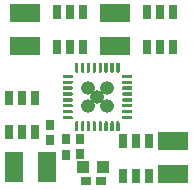
<source format=gtp>
G04 DipTrace 2.4.0.2*
%INSocialLightsmall.gtp*%
%MOMM*%
%ADD15R,0.7X0.9*%
%ADD16R,1.1X1.0*%
%ADD17R,0.9X0.7*%
%ADD19R,0.7X1.3*%
%ADD21R,2.6X1.6*%
%ADD23R,1.6X2.6*%
%ADD29O,1.207X1.19*%
%FSLAX53Y53*%
G04*
G71*
G90*
G75*
G01*
%LNTopPaste*%
%LPD*%
D15*
X16280Y17749D3*
Y16449D3*
D16*
X19456Y15377D3*
X17756D3*
D17*
X19248Y14198D3*
X17948D3*
D19*
X23299Y17609D3*
X22199D3*
X21099D3*
Y14659D3*
X22199D3*
X23299D3*
D21*
X25379Y17606D3*
Y14806D3*
D19*
X23158Y25546D3*
X24258D3*
X25358D3*
Y28496D3*
X24258D3*
X23158D3*
D21*
X20448Y25621D3*
Y28421D3*
D19*
X15538Y25546D3*
X16638D3*
X17738D3*
Y28496D3*
X16638D3*
X15538D3*
D21*
X12828Y25621D3*
Y28421D3*
D19*
X13698Y21282D3*
X12598D3*
X11498D3*
Y18332D3*
X12598D3*
X13698D3*
D23*
X11890Y15447D3*
X14690D3*
D15*
X17456Y16511D3*
Y17811D3*
X14948Y18987D3*
Y17687D3*
D29*
X19726Y20540D3*
X18953Y21336D3*
X18179Y20570D3*
Y22073D3*
X19740Y22090D3*
G36*
X21111Y19734D2*
X21840D1*
Y19456D1*
X21111D1*
X21075Y19466D1*
X21044Y19484D1*
X21018Y19510D1*
X21000Y19541D1*
X20990Y19577D1*
Y19613D1*
X21000Y19649D1*
X21018Y19680D1*
X21044Y19706D1*
X21075Y19724D1*
X21111Y19734D1*
G37*
G36*
Y20234D2*
X21840D1*
Y19956D1*
X21111D1*
X21075Y19966D1*
X21044Y19984D1*
X21018Y20010D1*
X21000Y20041D1*
X20990Y20077D1*
Y20113D1*
X21000Y20149D1*
X21018Y20180D1*
X21044Y20206D1*
X21075Y20224D1*
X21111Y20234D1*
G37*
G36*
Y20734D2*
X21840D1*
Y20456D1*
X21111D1*
X21075Y20466D1*
X21044Y20484D1*
X21018Y20510D1*
X21000Y20541D1*
X20990Y20577D1*
Y20613D1*
X21000Y20649D1*
X21018Y20680D1*
X21044Y20706D1*
X21075Y20724D1*
X21111Y20734D1*
G37*
G36*
Y21234D2*
X21840D1*
Y20956D1*
X21111D1*
X21075Y20966D1*
X21044Y20984D1*
X21018Y21010D1*
X21000Y21041D1*
X20990Y21077D1*
Y21113D1*
X21000Y21149D1*
X21018Y21180D1*
X21044Y21206D1*
X21075Y21224D1*
X21111Y21234D1*
G37*
G36*
Y21734D2*
X21840D1*
Y21456D1*
X21111D1*
X21075Y21466D1*
X21044Y21484D1*
X21018Y21510D1*
X21000Y21541D1*
X20990Y21577D1*
Y21613D1*
X21000Y21649D1*
X21018Y21680D1*
X21044Y21706D1*
X21075Y21724D1*
X21111Y21734D1*
G37*
G36*
Y22234D2*
X21840D1*
Y21956D1*
X21111D1*
X21075Y21966D1*
X21044Y21984D1*
X21018Y22010D1*
X21000Y22041D1*
X20990Y22077D1*
Y22113D1*
X21000Y22149D1*
X21018Y22180D1*
X21044Y22206D1*
X21075Y22224D1*
X21111Y22234D1*
G37*
G36*
Y22734D2*
X21840D1*
Y22456D1*
X21111D1*
X21075Y22466D1*
X21044Y22484D1*
X21018Y22510D1*
X21000Y22541D1*
X20990Y22577D1*
Y22613D1*
X21000Y22649D1*
X21018Y22680D1*
X21044Y22706D1*
X21075Y22724D1*
X21111Y22734D1*
G37*
G36*
Y23234D2*
X21840D1*
Y22956D1*
X21111D1*
X21075Y22966D1*
X21044Y22984D1*
X21018Y23010D1*
X21000Y23041D1*
X20990Y23077D1*
Y23113D1*
X21000Y23149D1*
X21018Y23180D1*
X21044Y23206D1*
X21075Y23224D1*
X21111Y23234D1*
G37*
G36*
X20547Y23516D2*
Y24245D1*
X20825D1*
Y23516D1*
X20815Y23480D1*
X20797Y23449D1*
X20771Y23423D1*
X20740Y23405D1*
X20704Y23395D1*
X20668D1*
X20632Y23405D1*
X20601Y23423D1*
X20575Y23449D1*
X20557Y23480D1*
X20547Y23516D1*
G37*
G36*
X20047D2*
Y24245D1*
X20325D1*
Y23516D1*
X20315Y23480D1*
X20297Y23449D1*
X20271Y23423D1*
X20240Y23405D1*
X20204Y23395D1*
X20168D1*
X20132Y23405D1*
X20101Y23423D1*
X20075Y23449D1*
X20057Y23480D1*
X20047Y23516D1*
G37*
G36*
X19547D2*
Y24245D1*
X19825D1*
Y23516D1*
X19815Y23480D1*
X19797Y23449D1*
X19771Y23423D1*
X19740Y23405D1*
X19704Y23395D1*
X19668D1*
X19632Y23405D1*
X19601Y23423D1*
X19575Y23449D1*
X19557Y23480D1*
X19547Y23516D1*
G37*
G36*
X19047D2*
Y24245D1*
X19325D1*
Y23516D1*
X19315Y23480D1*
X19297Y23449D1*
X19271Y23423D1*
X19240Y23405D1*
X19204Y23395D1*
X19168D1*
X19132Y23405D1*
X19101Y23423D1*
X19075Y23449D1*
X19057Y23480D1*
X19047Y23516D1*
G37*
G36*
X18547D2*
Y24245D1*
X18825D1*
Y23516D1*
X18815Y23480D1*
X18797Y23449D1*
X18771Y23423D1*
X18740Y23405D1*
X18704Y23395D1*
X18668D1*
X18632Y23405D1*
X18601Y23423D1*
X18575Y23449D1*
X18557Y23480D1*
X18547Y23516D1*
G37*
G36*
X18047D2*
Y24245D1*
X18325D1*
Y23516D1*
X18315Y23480D1*
X18297Y23449D1*
X18271Y23423D1*
X18240Y23405D1*
X18204Y23395D1*
X18168D1*
X18132Y23405D1*
X18101Y23423D1*
X18075Y23449D1*
X18057Y23480D1*
X18047Y23516D1*
G37*
G36*
X17547D2*
Y24245D1*
X17825D1*
Y23516D1*
X17815Y23480D1*
X17797Y23449D1*
X17771Y23423D1*
X17740Y23405D1*
X17704Y23395D1*
X17668D1*
X17632Y23405D1*
X17601Y23423D1*
X17575Y23449D1*
X17557Y23480D1*
X17547Y23516D1*
G37*
G36*
X17047D2*
Y24245D1*
X17325D1*
Y23516D1*
X17315Y23480D1*
X17297Y23449D1*
X17271Y23423D1*
X17240Y23405D1*
X17204Y23395D1*
X17168D1*
X17132Y23405D1*
X17101Y23423D1*
X17075Y23449D1*
X17057Y23480D1*
X17047Y23516D1*
G37*
G36*
X16765Y22956D2*
X16036D1*
Y23234D1*
X16765D1*
X16801Y23224D1*
X16832Y23206D1*
X16858Y23180D1*
X16876Y23149D1*
X16886Y23113D1*
Y23077D1*
X16876Y23041D1*
X16858Y23010D1*
X16832Y22984D1*
X16801Y22966D1*
X16765Y22956D1*
G37*
G36*
Y22456D2*
X16036D1*
Y22734D1*
X16765D1*
X16801Y22724D1*
X16832Y22706D1*
X16858Y22680D1*
X16876Y22649D1*
X16886Y22613D1*
Y22577D1*
X16876Y22541D1*
X16858Y22510D1*
X16832Y22484D1*
X16801Y22466D1*
X16765Y22456D1*
G37*
G36*
Y21956D2*
X16036D1*
Y22234D1*
X16765D1*
X16801Y22224D1*
X16832Y22206D1*
X16858Y22180D1*
X16876Y22149D1*
X16886Y22113D1*
Y22077D1*
X16876Y22041D1*
X16858Y22010D1*
X16832Y21984D1*
X16801Y21966D1*
X16765Y21956D1*
G37*
G36*
Y21456D2*
X16036D1*
Y21734D1*
X16765D1*
X16801Y21724D1*
X16832Y21706D1*
X16858Y21680D1*
X16876Y21649D1*
X16886Y21613D1*
Y21577D1*
X16876Y21541D1*
X16858Y21510D1*
X16832Y21484D1*
X16801Y21466D1*
X16765Y21456D1*
G37*
G36*
Y20956D2*
X16036D1*
Y21234D1*
X16765D1*
X16801Y21224D1*
X16832Y21206D1*
X16858Y21180D1*
X16876Y21149D1*
X16886Y21113D1*
Y21077D1*
X16876Y21041D1*
X16858Y21010D1*
X16832Y20984D1*
X16801Y20966D1*
X16765Y20956D1*
G37*
G36*
Y20456D2*
X16036D1*
Y20734D1*
X16765D1*
X16801Y20724D1*
X16832Y20706D1*
X16858Y20680D1*
X16876Y20649D1*
X16886Y20613D1*
Y20577D1*
X16876Y20541D1*
X16858Y20510D1*
X16832Y20484D1*
X16801Y20466D1*
X16765Y20456D1*
G37*
G36*
Y19956D2*
X16036D1*
Y20234D1*
X16765D1*
X16801Y20224D1*
X16832Y20206D1*
X16858Y20180D1*
X16876Y20149D1*
X16886Y20113D1*
Y20077D1*
X16876Y20041D1*
X16858Y20010D1*
X16832Y19984D1*
X16801Y19966D1*
X16765Y19956D1*
G37*
G36*
Y19456D2*
X16036D1*
Y19734D1*
X16765D1*
X16801Y19724D1*
X16832Y19706D1*
X16858Y19680D1*
X16876Y19649D1*
X16886Y19613D1*
Y19577D1*
X16876Y19541D1*
X16858Y19510D1*
X16832Y19484D1*
X16801Y19466D1*
X16765Y19456D1*
G37*
G36*
X17325Y19174D2*
Y18445D1*
X17047D1*
Y19174D1*
X17057Y19210D1*
X17075Y19241D1*
X17101Y19267D1*
X17132Y19285D1*
X17168Y19295D1*
X17204D1*
X17240Y19285D1*
X17271Y19267D1*
X17297Y19241D1*
X17315Y19210D1*
X17325Y19174D1*
G37*
G36*
X17825D2*
Y18445D1*
X17547D1*
Y19174D1*
X17557Y19210D1*
X17575Y19241D1*
X17601Y19267D1*
X17632Y19285D1*
X17668Y19295D1*
X17704D1*
X17740Y19285D1*
X17771Y19267D1*
X17797Y19241D1*
X17815Y19210D1*
X17825Y19174D1*
G37*
G36*
X18325D2*
Y18445D1*
X18047D1*
Y19174D1*
X18057Y19210D1*
X18075Y19241D1*
X18101Y19267D1*
X18132Y19285D1*
X18168Y19295D1*
X18204D1*
X18240Y19285D1*
X18271Y19267D1*
X18297Y19241D1*
X18315Y19210D1*
X18325Y19174D1*
G37*
G36*
X18825D2*
Y18445D1*
X18547D1*
Y19174D1*
X18557Y19210D1*
X18575Y19241D1*
X18601Y19267D1*
X18632Y19285D1*
X18668Y19295D1*
X18704D1*
X18740Y19285D1*
X18771Y19267D1*
X18797Y19241D1*
X18815Y19210D1*
X18825Y19174D1*
G37*
G36*
X19325D2*
Y18445D1*
X19047D1*
Y19174D1*
X19057Y19210D1*
X19075Y19241D1*
X19101Y19267D1*
X19132Y19285D1*
X19168Y19295D1*
X19204D1*
X19240Y19285D1*
X19271Y19267D1*
X19297Y19241D1*
X19315Y19210D1*
X19325Y19174D1*
G37*
G36*
X19825D2*
Y18445D1*
X19547D1*
Y19174D1*
X19557Y19210D1*
X19575Y19241D1*
X19601Y19267D1*
X19632Y19285D1*
X19668Y19295D1*
X19704D1*
X19740Y19285D1*
X19771Y19267D1*
X19797Y19241D1*
X19815Y19210D1*
X19825Y19174D1*
G37*
G36*
X20325D2*
Y18445D1*
X20047D1*
Y19174D1*
X20057Y19210D1*
X20075Y19241D1*
X20101Y19267D1*
X20132Y19285D1*
X20168Y19295D1*
X20204D1*
X20240Y19285D1*
X20271Y19267D1*
X20297Y19241D1*
X20315Y19210D1*
X20325Y19174D1*
G37*
G36*
X20825D2*
Y18445D1*
X20547D1*
Y19174D1*
X20557Y19210D1*
X20575Y19241D1*
X20601Y19267D1*
X20632Y19285D1*
X20668Y19295D1*
X20704D1*
X20740Y19285D1*
X20771Y19267D1*
X20797Y19241D1*
X20815Y19210D1*
X20825Y19174D1*
G37*
M02*

</source>
